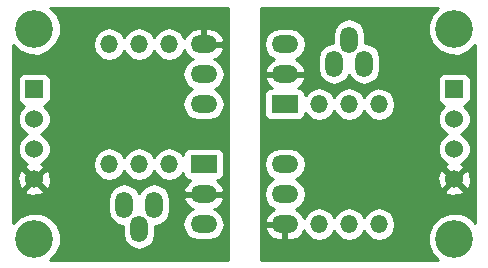
<source format=gbl>
G04 (created by PCBNEW (2013-07-07 BZR 4022)-stable) date 5/4/2015 11:43:21 PM*
%MOIN*%
G04 Gerber Fmt 3.4, Leading zero omitted, Abs format*
%FSLAX34Y34*%
G01*
G70*
G90*
G04 APERTURE LIST*
%ADD10C,0.00590551*%
%ADD11O,0.059X0.0885*%
%ADD12O,0.059X0.059*%
%ADD13R,0.06X0.06*%
%ADD14C,0.06*%
%ADD15R,0.0885X0.059*%
%ADD16O,0.0885X0.059*%
%ADD17C,0.125984*%
%ADD18C,0.01*%
G04 APERTURE END LIST*
G54D10*
G54D11*
X83500Y-27352D03*
X83000Y-28147D03*
X82500Y-27352D03*
X89500Y-22647D03*
X90000Y-21852D03*
X90500Y-22647D03*
G54D12*
X82000Y-22000D03*
X82000Y-26000D03*
X89000Y-28000D03*
X89000Y-24000D03*
X83000Y-22000D03*
X83000Y-26000D03*
X91000Y-28000D03*
X91000Y-24000D03*
X84000Y-22000D03*
X84000Y-26000D03*
X90000Y-28000D03*
X90000Y-24000D03*
G54D13*
X79500Y-23500D03*
G54D14*
X79500Y-24500D03*
X79500Y-25500D03*
X79500Y-26500D03*
G54D13*
X93500Y-23500D03*
G54D14*
X93500Y-24500D03*
X93500Y-25500D03*
X93500Y-26500D03*
G54D15*
X85147Y-26000D03*
G54D16*
X85147Y-27000D03*
X85147Y-28000D03*
X87852Y-28000D03*
X87852Y-27000D03*
X87852Y-26000D03*
G54D15*
X87852Y-24000D03*
G54D16*
X87852Y-23000D03*
X87852Y-22000D03*
X85147Y-22000D03*
X85147Y-23000D03*
X85147Y-24000D03*
G54D17*
X79500Y-21500D03*
X93500Y-21500D03*
X93500Y-28500D03*
X79500Y-28500D03*
G54D10*
G36*
X85950Y-29200D02*
X85853Y-29200D01*
X85853Y-28000D01*
X85853Y-24000D01*
X85812Y-23791D01*
X85693Y-23614D01*
X85522Y-23500D01*
X85693Y-23385D01*
X85812Y-23208D01*
X85853Y-23000D01*
X85812Y-22791D01*
X85693Y-22614D01*
X85517Y-22496D01*
X85512Y-22495D01*
X85549Y-22484D01*
X85715Y-22350D01*
X85817Y-22162D01*
X85823Y-22134D01*
X85823Y-21865D01*
X85817Y-21837D01*
X85715Y-21649D01*
X85549Y-21515D01*
X85345Y-21455D01*
X85197Y-21455D01*
X85197Y-21950D01*
X85774Y-21950D01*
X85823Y-21865D01*
X85823Y-22134D01*
X85774Y-22050D01*
X85197Y-22050D01*
X85197Y-22057D01*
X85097Y-22057D01*
X85097Y-22050D01*
X85089Y-22050D01*
X85089Y-21950D01*
X85097Y-21950D01*
X85097Y-21455D01*
X84950Y-21455D01*
X84745Y-21515D01*
X84579Y-21649D01*
X84504Y-21787D01*
X84503Y-21780D01*
X84385Y-21603D01*
X84208Y-21485D01*
X84000Y-21444D01*
X83791Y-21485D01*
X83614Y-21603D01*
X83500Y-21775D01*
X83385Y-21603D01*
X83208Y-21485D01*
X83000Y-21444D01*
X82791Y-21485D01*
X82614Y-21603D01*
X82500Y-21775D01*
X82385Y-21603D01*
X82208Y-21485D01*
X82000Y-21444D01*
X81791Y-21485D01*
X81614Y-21603D01*
X81496Y-21780D01*
X81455Y-21989D01*
X81455Y-22010D01*
X81496Y-22219D01*
X81614Y-22396D01*
X81791Y-22514D01*
X82000Y-22555D01*
X82208Y-22514D01*
X82385Y-22396D01*
X82500Y-22224D01*
X82614Y-22396D01*
X82791Y-22514D01*
X83000Y-22555D01*
X83208Y-22514D01*
X83385Y-22396D01*
X83500Y-22224D01*
X83614Y-22396D01*
X83791Y-22514D01*
X84000Y-22555D01*
X84208Y-22514D01*
X84385Y-22396D01*
X84503Y-22219D01*
X84504Y-22212D01*
X84579Y-22350D01*
X84745Y-22484D01*
X84782Y-22495D01*
X84777Y-22496D01*
X84601Y-22614D01*
X84482Y-22791D01*
X84441Y-23000D01*
X84482Y-23208D01*
X84601Y-23385D01*
X84772Y-23500D01*
X84601Y-23614D01*
X84482Y-23791D01*
X84441Y-24000D01*
X84482Y-24208D01*
X84601Y-24385D01*
X84777Y-24503D01*
X84986Y-24545D01*
X85308Y-24545D01*
X85517Y-24503D01*
X85693Y-24385D01*
X85812Y-24208D01*
X85853Y-24000D01*
X85853Y-28000D01*
X85840Y-27932D01*
X85840Y-26245D01*
X85840Y-25655D01*
X85802Y-25563D01*
X85731Y-25493D01*
X85639Y-25455D01*
X85540Y-25454D01*
X84655Y-25454D01*
X84563Y-25492D01*
X84493Y-25563D01*
X84455Y-25655D01*
X84454Y-25708D01*
X84385Y-25603D01*
X84208Y-25485D01*
X84000Y-25444D01*
X83791Y-25485D01*
X83614Y-25603D01*
X83500Y-25775D01*
X83385Y-25603D01*
X83208Y-25485D01*
X83000Y-25444D01*
X82791Y-25485D01*
X82614Y-25603D01*
X82500Y-25775D01*
X82385Y-25603D01*
X82208Y-25485D01*
X82000Y-25444D01*
X81791Y-25485D01*
X81614Y-25603D01*
X81496Y-25780D01*
X81455Y-25989D01*
X81455Y-26010D01*
X81496Y-26219D01*
X81614Y-26396D01*
X81791Y-26514D01*
X82000Y-26555D01*
X82208Y-26514D01*
X82385Y-26396D01*
X82500Y-26224D01*
X82614Y-26396D01*
X82791Y-26514D01*
X83000Y-26555D01*
X83208Y-26514D01*
X83385Y-26396D01*
X83500Y-26224D01*
X83614Y-26396D01*
X83791Y-26514D01*
X84000Y-26555D01*
X84208Y-26514D01*
X84385Y-26396D01*
X84454Y-26291D01*
X84454Y-26344D01*
X84492Y-26436D01*
X84563Y-26506D01*
X84655Y-26544D01*
X84708Y-26545D01*
X84579Y-26649D01*
X84477Y-26837D01*
X84471Y-26865D01*
X84520Y-26950D01*
X85097Y-26950D01*
X85097Y-26942D01*
X85197Y-26942D01*
X85197Y-26950D01*
X85774Y-26950D01*
X85823Y-26865D01*
X85817Y-26837D01*
X85715Y-26649D01*
X85586Y-26545D01*
X85639Y-26545D01*
X85731Y-26507D01*
X85801Y-26436D01*
X85839Y-26344D01*
X85840Y-26245D01*
X85840Y-27932D01*
X85812Y-27791D01*
X85693Y-27614D01*
X85517Y-27496D01*
X85512Y-27495D01*
X85549Y-27484D01*
X85715Y-27350D01*
X85817Y-27162D01*
X85823Y-27134D01*
X85774Y-27050D01*
X85197Y-27050D01*
X85197Y-27057D01*
X85097Y-27057D01*
X85097Y-27050D01*
X84520Y-27050D01*
X84471Y-27134D01*
X84477Y-27162D01*
X84579Y-27350D01*
X84745Y-27484D01*
X84782Y-27495D01*
X84777Y-27496D01*
X84601Y-27614D01*
X84482Y-27791D01*
X84441Y-28000D01*
X84482Y-28208D01*
X84601Y-28385D01*
X84777Y-28503D01*
X84986Y-28545D01*
X85308Y-28545D01*
X85517Y-28503D01*
X85693Y-28385D01*
X85812Y-28208D01*
X85853Y-28000D01*
X85853Y-29200D01*
X84045Y-29200D01*
X84045Y-27513D01*
X84045Y-27191D01*
X84003Y-26982D01*
X83885Y-26806D01*
X83708Y-26687D01*
X83500Y-26646D01*
X83291Y-26687D01*
X83114Y-26806D01*
X83000Y-26977D01*
X82885Y-26806D01*
X82708Y-26687D01*
X82500Y-26646D01*
X82291Y-26687D01*
X82114Y-26806D01*
X81996Y-26982D01*
X81955Y-27191D01*
X81955Y-27513D01*
X81996Y-27722D01*
X82114Y-27898D01*
X82291Y-28017D01*
X82455Y-28049D01*
X82455Y-28308D01*
X82496Y-28517D01*
X82614Y-28693D01*
X82791Y-28812D01*
X83000Y-28853D01*
X83208Y-28812D01*
X83385Y-28693D01*
X83503Y-28517D01*
X83545Y-28308D01*
X83545Y-28049D01*
X83708Y-28017D01*
X83885Y-27898D01*
X84003Y-27722D01*
X84045Y-27513D01*
X84045Y-29200D01*
X80044Y-29200D01*
X80245Y-28999D01*
X80379Y-28675D01*
X80380Y-28325D01*
X80246Y-28002D01*
X80054Y-27810D01*
X80054Y-26581D01*
X80050Y-26488D01*
X80050Y-25391D01*
X79966Y-25188D01*
X79811Y-25034D01*
X79730Y-25000D01*
X79811Y-24966D01*
X79965Y-24811D01*
X80049Y-24609D01*
X80050Y-24391D01*
X79966Y-24188D01*
X79827Y-24050D01*
X79849Y-24050D01*
X79941Y-24012D01*
X80011Y-23941D01*
X80049Y-23849D01*
X80050Y-23750D01*
X80050Y-23150D01*
X80012Y-23058D01*
X79941Y-22988D01*
X79849Y-22950D01*
X79750Y-22949D01*
X79150Y-22949D01*
X79058Y-22987D01*
X78988Y-23058D01*
X78950Y-23150D01*
X78949Y-23249D01*
X78949Y-23849D01*
X78987Y-23941D01*
X79058Y-24011D01*
X79150Y-24049D01*
X79172Y-24049D01*
X79034Y-24188D01*
X78950Y-24390D01*
X78949Y-24608D01*
X79033Y-24811D01*
X79188Y-24965D01*
X79269Y-24999D01*
X79188Y-25033D01*
X79034Y-25188D01*
X78950Y-25390D01*
X78949Y-25608D01*
X79033Y-25811D01*
X79188Y-25965D01*
X79263Y-25997D01*
X79212Y-26018D01*
X79184Y-26114D01*
X79500Y-26429D01*
X79815Y-26114D01*
X79787Y-26018D01*
X79732Y-25999D01*
X79811Y-25966D01*
X79965Y-25811D01*
X80049Y-25609D01*
X80050Y-25391D01*
X80050Y-26488D01*
X80043Y-26363D01*
X79981Y-26212D01*
X79885Y-26184D01*
X79570Y-26500D01*
X79885Y-26815D01*
X79981Y-26787D01*
X80054Y-26581D01*
X80054Y-27810D01*
X79999Y-27754D01*
X79815Y-27678D01*
X79815Y-26885D01*
X79500Y-26570D01*
X79429Y-26641D01*
X79429Y-26500D01*
X79114Y-26184D01*
X79018Y-26212D01*
X78945Y-26418D01*
X78956Y-26636D01*
X79018Y-26787D01*
X79114Y-26815D01*
X79429Y-26500D01*
X79429Y-26641D01*
X79184Y-26885D01*
X79212Y-26981D01*
X79418Y-27054D01*
X79636Y-27043D01*
X79787Y-26981D01*
X79815Y-26885D01*
X79815Y-27678D01*
X79675Y-27620D01*
X79325Y-27619D01*
X79002Y-27753D01*
X78800Y-27955D01*
X78800Y-22044D01*
X79000Y-22245D01*
X79324Y-22379D01*
X79674Y-22380D01*
X79997Y-22246D01*
X80245Y-21999D01*
X80379Y-21675D01*
X80380Y-21325D01*
X80246Y-21002D01*
X80044Y-20800D01*
X85950Y-20800D01*
X85950Y-29200D01*
X85950Y-29200D01*
G37*
G54D18*
X85950Y-29200D02*
X85853Y-29200D01*
X85853Y-28000D01*
X85853Y-24000D01*
X85812Y-23791D01*
X85693Y-23614D01*
X85522Y-23500D01*
X85693Y-23385D01*
X85812Y-23208D01*
X85853Y-23000D01*
X85812Y-22791D01*
X85693Y-22614D01*
X85517Y-22496D01*
X85512Y-22495D01*
X85549Y-22484D01*
X85715Y-22350D01*
X85817Y-22162D01*
X85823Y-22134D01*
X85823Y-21865D01*
X85817Y-21837D01*
X85715Y-21649D01*
X85549Y-21515D01*
X85345Y-21455D01*
X85197Y-21455D01*
X85197Y-21950D01*
X85774Y-21950D01*
X85823Y-21865D01*
X85823Y-22134D01*
X85774Y-22050D01*
X85197Y-22050D01*
X85197Y-22057D01*
X85097Y-22057D01*
X85097Y-22050D01*
X85089Y-22050D01*
X85089Y-21950D01*
X85097Y-21950D01*
X85097Y-21455D01*
X84950Y-21455D01*
X84745Y-21515D01*
X84579Y-21649D01*
X84504Y-21787D01*
X84503Y-21780D01*
X84385Y-21603D01*
X84208Y-21485D01*
X84000Y-21444D01*
X83791Y-21485D01*
X83614Y-21603D01*
X83500Y-21775D01*
X83385Y-21603D01*
X83208Y-21485D01*
X83000Y-21444D01*
X82791Y-21485D01*
X82614Y-21603D01*
X82500Y-21775D01*
X82385Y-21603D01*
X82208Y-21485D01*
X82000Y-21444D01*
X81791Y-21485D01*
X81614Y-21603D01*
X81496Y-21780D01*
X81455Y-21989D01*
X81455Y-22010D01*
X81496Y-22219D01*
X81614Y-22396D01*
X81791Y-22514D01*
X82000Y-22555D01*
X82208Y-22514D01*
X82385Y-22396D01*
X82500Y-22224D01*
X82614Y-22396D01*
X82791Y-22514D01*
X83000Y-22555D01*
X83208Y-22514D01*
X83385Y-22396D01*
X83500Y-22224D01*
X83614Y-22396D01*
X83791Y-22514D01*
X84000Y-22555D01*
X84208Y-22514D01*
X84385Y-22396D01*
X84503Y-22219D01*
X84504Y-22212D01*
X84579Y-22350D01*
X84745Y-22484D01*
X84782Y-22495D01*
X84777Y-22496D01*
X84601Y-22614D01*
X84482Y-22791D01*
X84441Y-23000D01*
X84482Y-23208D01*
X84601Y-23385D01*
X84772Y-23500D01*
X84601Y-23614D01*
X84482Y-23791D01*
X84441Y-24000D01*
X84482Y-24208D01*
X84601Y-24385D01*
X84777Y-24503D01*
X84986Y-24545D01*
X85308Y-24545D01*
X85517Y-24503D01*
X85693Y-24385D01*
X85812Y-24208D01*
X85853Y-24000D01*
X85853Y-28000D01*
X85840Y-27932D01*
X85840Y-26245D01*
X85840Y-25655D01*
X85802Y-25563D01*
X85731Y-25493D01*
X85639Y-25455D01*
X85540Y-25454D01*
X84655Y-25454D01*
X84563Y-25492D01*
X84493Y-25563D01*
X84455Y-25655D01*
X84454Y-25708D01*
X84385Y-25603D01*
X84208Y-25485D01*
X84000Y-25444D01*
X83791Y-25485D01*
X83614Y-25603D01*
X83500Y-25775D01*
X83385Y-25603D01*
X83208Y-25485D01*
X83000Y-25444D01*
X82791Y-25485D01*
X82614Y-25603D01*
X82500Y-25775D01*
X82385Y-25603D01*
X82208Y-25485D01*
X82000Y-25444D01*
X81791Y-25485D01*
X81614Y-25603D01*
X81496Y-25780D01*
X81455Y-25989D01*
X81455Y-26010D01*
X81496Y-26219D01*
X81614Y-26396D01*
X81791Y-26514D01*
X82000Y-26555D01*
X82208Y-26514D01*
X82385Y-26396D01*
X82500Y-26224D01*
X82614Y-26396D01*
X82791Y-26514D01*
X83000Y-26555D01*
X83208Y-26514D01*
X83385Y-26396D01*
X83500Y-26224D01*
X83614Y-26396D01*
X83791Y-26514D01*
X84000Y-26555D01*
X84208Y-26514D01*
X84385Y-26396D01*
X84454Y-26291D01*
X84454Y-26344D01*
X84492Y-26436D01*
X84563Y-26506D01*
X84655Y-26544D01*
X84708Y-26545D01*
X84579Y-26649D01*
X84477Y-26837D01*
X84471Y-26865D01*
X84520Y-26950D01*
X85097Y-26950D01*
X85097Y-26942D01*
X85197Y-26942D01*
X85197Y-26950D01*
X85774Y-26950D01*
X85823Y-26865D01*
X85817Y-26837D01*
X85715Y-26649D01*
X85586Y-26545D01*
X85639Y-26545D01*
X85731Y-26507D01*
X85801Y-26436D01*
X85839Y-26344D01*
X85840Y-26245D01*
X85840Y-27932D01*
X85812Y-27791D01*
X85693Y-27614D01*
X85517Y-27496D01*
X85512Y-27495D01*
X85549Y-27484D01*
X85715Y-27350D01*
X85817Y-27162D01*
X85823Y-27134D01*
X85774Y-27050D01*
X85197Y-27050D01*
X85197Y-27057D01*
X85097Y-27057D01*
X85097Y-27050D01*
X84520Y-27050D01*
X84471Y-27134D01*
X84477Y-27162D01*
X84579Y-27350D01*
X84745Y-27484D01*
X84782Y-27495D01*
X84777Y-27496D01*
X84601Y-27614D01*
X84482Y-27791D01*
X84441Y-28000D01*
X84482Y-28208D01*
X84601Y-28385D01*
X84777Y-28503D01*
X84986Y-28545D01*
X85308Y-28545D01*
X85517Y-28503D01*
X85693Y-28385D01*
X85812Y-28208D01*
X85853Y-28000D01*
X85853Y-29200D01*
X84045Y-29200D01*
X84045Y-27513D01*
X84045Y-27191D01*
X84003Y-26982D01*
X83885Y-26806D01*
X83708Y-26687D01*
X83500Y-26646D01*
X83291Y-26687D01*
X83114Y-26806D01*
X83000Y-26977D01*
X82885Y-26806D01*
X82708Y-26687D01*
X82500Y-26646D01*
X82291Y-26687D01*
X82114Y-26806D01*
X81996Y-26982D01*
X81955Y-27191D01*
X81955Y-27513D01*
X81996Y-27722D01*
X82114Y-27898D01*
X82291Y-28017D01*
X82455Y-28049D01*
X82455Y-28308D01*
X82496Y-28517D01*
X82614Y-28693D01*
X82791Y-28812D01*
X83000Y-28853D01*
X83208Y-28812D01*
X83385Y-28693D01*
X83503Y-28517D01*
X83545Y-28308D01*
X83545Y-28049D01*
X83708Y-28017D01*
X83885Y-27898D01*
X84003Y-27722D01*
X84045Y-27513D01*
X84045Y-29200D01*
X80044Y-29200D01*
X80245Y-28999D01*
X80379Y-28675D01*
X80380Y-28325D01*
X80246Y-28002D01*
X80054Y-27810D01*
X80054Y-26581D01*
X80050Y-26488D01*
X80050Y-25391D01*
X79966Y-25188D01*
X79811Y-25034D01*
X79730Y-25000D01*
X79811Y-24966D01*
X79965Y-24811D01*
X80049Y-24609D01*
X80050Y-24391D01*
X79966Y-24188D01*
X79827Y-24050D01*
X79849Y-24050D01*
X79941Y-24012D01*
X80011Y-23941D01*
X80049Y-23849D01*
X80050Y-23750D01*
X80050Y-23150D01*
X80012Y-23058D01*
X79941Y-22988D01*
X79849Y-22950D01*
X79750Y-22949D01*
X79150Y-22949D01*
X79058Y-22987D01*
X78988Y-23058D01*
X78950Y-23150D01*
X78949Y-23249D01*
X78949Y-23849D01*
X78987Y-23941D01*
X79058Y-24011D01*
X79150Y-24049D01*
X79172Y-24049D01*
X79034Y-24188D01*
X78950Y-24390D01*
X78949Y-24608D01*
X79033Y-24811D01*
X79188Y-24965D01*
X79269Y-24999D01*
X79188Y-25033D01*
X79034Y-25188D01*
X78950Y-25390D01*
X78949Y-25608D01*
X79033Y-25811D01*
X79188Y-25965D01*
X79263Y-25997D01*
X79212Y-26018D01*
X79184Y-26114D01*
X79500Y-26429D01*
X79815Y-26114D01*
X79787Y-26018D01*
X79732Y-25999D01*
X79811Y-25966D01*
X79965Y-25811D01*
X80049Y-25609D01*
X80050Y-25391D01*
X80050Y-26488D01*
X80043Y-26363D01*
X79981Y-26212D01*
X79885Y-26184D01*
X79570Y-26500D01*
X79885Y-26815D01*
X79981Y-26787D01*
X80054Y-26581D01*
X80054Y-27810D01*
X79999Y-27754D01*
X79815Y-27678D01*
X79815Y-26885D01*
X79500Y-26570D01*
X79429Y-26641D01*
X79429Y-26500D01*
X79114Y-26184D01*
X79018Y-26212D01*
X78945Y-26418D01*
X78956Y-26636D01*
X79018Y-26787D01*
X79114Y-26815D01*
X79429Y-26500D01*
X79429Y-26641D01*
X79184Y-26885D01*
X79212Y-26981D01*
X79418Y-27054D01*
X79636Y-27043D01*
X79787Y-26981D01*
X79815Y-26885D01*
X79815Y-27678D01*
X79675Y-27620D01*
X79325Y-27619D01*
X79002Y-27753D01*
X78800Y-27955D01*
X78800Y-22044D01*
X79000Y-22245D01*
X79324Y-22379D01*
X79674Y-22380D01*
X79997Y-22246D01*
X80245Y-21999D01*
X80379Y-21675D01*
X80380Y-21325D01*
X80246Y-21002D01*
X80044Y-20800D01*
X85950Y-20800D01*
X85950Y-29200D01*
G54D10*
G36*
X94200Y-27955D02*
X94054Y-27810D01*
X94054Y-26581D01*
X94050Y-26488D01*
X94050Y-25391D01*
X93966Y-25188D01*
X93811Y-25034D01*
X93730Y-25000D01*
X93811Y-24966D01*
X93965Y-24811D01*
X94049Y-24609D01*
X94050Y-24391D01*
X93966Y-24188D01*
X93827Y-24050D01*
X93849Y-24050D01*
X93941Y-24012D01*
X94011Y-23941D01*
X94049Y-23849D01*
X94050Y-23750D01*
X94050Y-23150D01*
X94012Y-23058D01*
X93941Y-22988D01*
X93849Y-22950D01*
X93750Y-22949D01*
X93150Y-22949D01*
X93058Y-22987D01*
X92988Y-23058D01*
X92950Y-23150D01*
X92949Y-23249D01*
X92949Y-23849D01*
X92987Y-23941D01*
X93058Y-24011D01*
X93150Y-24049D01*
X93172Y-24049D01*
X93034Y-24188D01*
X92950Y-24390D01*
X92949Y-24608D01*
X93033Y-24811D01*
X93188Y-24965D01*
X93269Y-24999D01*
X93188Y-25033D01*
X93034Y-25188D01*
X92950Y-25390D01*
X92949Y-25608D01*
X93033Y-25811D01*
X93188Y-25965D01*
X93263Y-25997D01*
X93212Y-26018D01*
X93184Y-26114D01*
X93500Y-26429D01*
X93815Y-26114D01*
X93787Y-26018D01*
X93732Y-25999D01*
X93811Y-25966D01*
X93965Y-25811D01*
X94049Y-25609D01*
X94050Y-25391D01*
X94050Y-26488D01*
X94043Y-26363D01*
X93981Y-26212D01*
X93885Y-26184D01*
X93570Y-26500D01*
X93885Y-26815D01*
X93981Y-26787D01*
X94054Y-26581D01*
X94054Y-27810D01*
X93999Y-27754D01*
X93815Y-27678D01*
X93815Y-26885D01*
X93500Y-26570D01*
X93429Y-26641D01*
X93429Y-26500D01*
X93114Y-26184D01*
X93018Y-26212D01*
X92945Y-26418D01*
X92956Y-26636D01*
X93018Y-26787D01*
X93114Y-26815D01*
X93429Y-26500D01*
X93429Y-26641D01*
X93184Y-26885D01*
X93212Y-26981D01*
X93418Y-27054D01*
X93636Y-27043D01*
X93787Y-26981D01*
X93815Y-26885D01*
X93815Y-27678D01*
X93675Y-27620D01*
X93325Y-27619D01*
X93002Y-27753D01*
X92754Y-28000D01*
X92620Y-28324D01*
X92619Y-28674D01*
X92753Y-28997D01*
X92955Y-29200D01*
X91545Y-29200D01*
X91545Y-28010D01*
X91545Y-27989D01*
X91545Y-24010D01*
X91545Y-23989D01*
X91503Y-23780D01*
X91385Y-23603D01*
X91208Y-23485D01*
X91045Y-23453D01*
X91045Y-22808D01*
X91045Y-22486D01*
X91003Y-22277D01*
X90885Y-22101D01*
X90708Y-21982D01*
X90545Y-21950D01*
X90545Y-21691D01*
X90503Y-21482D01*
X90385Y-21306D01*
X90208Y-21187D01*
X90000Y-21146D01*
X89791Y-21187D01*
X89614Y-21306D01*
X89496Y-21482D01*
X89455Y-21691D01*
X89455Y-21950D01*
X89291Y-21982D01*
X89114Y-22101D01*
X88996Y-22277D01*
X88955Y-22486D01*
X88955Y-22808D01*
X88996Y-23017D01*
X89114Y-23193D01*
X89291Y-23312D01*
X89500Y-23353D01*
X89708Y-23312D01*
X89885Y-23193D01*
X90000Y-23022D01*
X90114Y-23193D01*
X90291Y-23312D01*
X90500Y-23353D01*
X90708Y-23312D01*
X90885Y-23193D01*
X91003Y-23017D01*
X91045Y-22808D01*
X91045Y-23453D01*
X91000Y-23444D01*
X90791Y-23485D01*
X90614Y-23603D01*
X90500Y-23775D01*
X90385Y-23603D01*
X90208Y-23485D01*
X90000Y-23444D01*
X89791Y-23485D01*
X89614Y-23603D01*
X89500Y-23775D01*
X89385Y-23603D01*
X89208Y-23485D01*
X89000Y-23444D01*
X88791Y-23485D01*
X88614Y-23603D01*
X88558Y-23687D01*
X88558Y-22000D01*
X88517Y-21791D01*
X88398Y-21614D01*
X88222Y-21496D01*
X88013Y-21455D01*
X87691Y-21455D01*
X87482Y-21496D01*
X87306Y-21614D01*
X87187Y-21791D01*
X87146Y-22000D01*
X87187Y-22208D01*
X87306Y-22385D01*
X87482Y-22503D01*
X87487Y-22504D01*
X87450Y-22515D01*
X87284Y-22649D01*
X87182Y-22837D01*
X87176Y-22865D01*
X87225Y-22950D01*
X87802Y-22950D01*
X87802Y-22942D01*
X87902Y-22942D01*
X87902Y-22950D01*
X88479Y-22950D01*
X88528Y-22865D01*
X88522Y-22837D01*
X88420Y-22649D01*
X88254Y-22515D01*
X88217Y-22504D01*
X88222Y-22503D01*
X88398Y-22385D01*
X88517Y-22208D01*
X88558Y-22000D01*
X88558Y-23687D01*
X88545Y-23708D01*
X88545Y-23655D01*
X88507Y-23563D01*
X88436Y-23493D01*
X88344Y-23455D01*
X88291Y-23454D01*
X88420Y-23350D01*
X88522Y-23162D01*
X88528Y-23134D01*
X88479Y-23050D01*
X87902Y-23050D01*
X87902Y-23057D01*
X87802Y-23057D01*
X87802Y-23050D01*
X87225Y-23050D01*
X87176Y-23134D01*
X87182Y-23162D01*
X87284Y-23350D01*
X87413Y-23454D01*
X87360Y-23454D01*
X87268Y-23492D01*
X87198Y-23563D01*
X87160Y-23655D01*
X87159Y-23754D01*
X87159Y-24344D01*
X87197Y-24436D01*
X87268Y-24506D01*
X87360Y-24544D01*
X87459Y-24545D01*
X88344Y-24545D01*
X88436Y-24507D01*
X88506Y-24436D01*
X88544Y-24344D01*
X88545Y-24291D01*
X88614Y-24396D01*
X88791Y-24514D01*
X89000Y-24555D01*
X89208Y-24514D01*
X89385Y-24396D01*
X89500Y-24224D01*
X89614Y-24396D01*
X89791Y-24514D01*
X90000Y-24555D01*
X90208Y-24514D01*
X90385Y-24396D01*
X90500Y-24224D01*
X90614Y-24396D01*
X90791Y-24514D01*
X91000Y-24555D01*
X91208Y-24514D01*
X91385Y-24396D01*
X91503Y-24219D01*
X91545Y-24010D01*
X91545Y-27989D01*
X91503Y-27780D01*
X91385Y-27603D01*
X91208Y-27485D01*
X91000Y-27444D01*
X90791Y-27485D01*
X90614Y-27603D01*
X90500Y-27775D01*
X90385Y-27603D01*
X90208Y-27485D01*
X90000Y-27444D01*
X89791Y-27485D01*
X89614Y-27603D01*
X89500Y-27775D01*
X89385Y-27603D01*
X89208Y-27485D01*
X89000Y-27444D01*
X88791Y-27485D01*
X88614Y-27603D01*
X88496Y-27780D01*
X88495Y-27787D01*
X88420Y-27649D01*
X88254Y-27515D01*
X88217Y-27504D01*
X88222Y-27503D01*
X88398Y-27385D01*
X88517Y-27208D01*
X88558Y-27000D01*
X88517Y-26791D01*
X88398Y-26614D01*
X88227Y-26500D01*
X88398Y-26385D01*
X88517Y-26208D01*
X88558Y-26000D01*
X88517Y-25791D01*
X88398Y-25614D01*
X88222Y-25496D01*
X88013Y-25455D01*
X87691Y-25455D01*
X87482Y-25496D01*
X87306Y-25614D01*
X87187Y-25791D01*
X87146Y-26000D01*
X87187Y-26208D01*
X87306Y-26385D01*
X87477Y-26500D01*
X87306Y-26614D01*
X87187Y-26791D01*
X87146Y-27000D01*
X87187Y-27208D01*
X87306Y-27385D01*
X87482Y-27503D01*
X87487Y-27504D01*
X87450Y-27515D01*
X87284Y-27649D01*
X87182Y-27837D01*
X87176Y-27865D01*
X87225Y-27950D01*
X87802Y-27950D01*
X87802Y-27942D01*
X87902Y-27942D01*
X87902Y-27950D01*
X87910Y-27950D01*
X87910Y-28050D01*
X87902Y-28050D01*
X87902Y-28545D01*
X88050Y-28545D01*
X88254Y-28484D01*
X88420Y-28350D01*
X88495Y-28212D01*
X88496Y-28219D01*
X88614Y-28396D01*
X88791Y-28514D01*
X89000Y-28555D01*
X89208Y-28514D01*
X89385Y-28396D01*
X89500Y-28224D01*
X89614Y-28396D01*
X89791Y-28514D01*
X90000Y-28555D01*
X90208Y-28514D01*
X90385Y-28396D01*
X90500Y-28224D01*
X90614Y-28396D01*
X90791Y-28514D01*
X91000Y-28555D01*
X91208Y-28514D01*
X91385Y-28396D01*
X91503Y-28219D01*
X91545Y-28010D01*
X91545Y-29200D01*
X87802Y-29200D01*
X87802Y-28545D01*
X87802Y-28050D01*
X87225Y-28050D01*
X87176Y-28134D01*
X87182Y-28162D01*
X87284Y-28350D01*
X87450Y-28484D01*
X87655Y-28545D01*
X87802Y-28545D01*
X87802Y-29200D01*
X87050Y-29200D01*
X87050Y-20800D01*
X92955Y-20800D01*
X92754Y-21000D01*
X92620Y-21324D01*
X92619Y-21674D01*
X92753Y-21997D01*
X93000Y-22245D01*
X93324Y-22379D01*
X93674Y-22380D01*
X93997Y-22246D01*
X94200Y-22044D01*
X94200Y-27955D01*
X94200Y-27955D01*
G37*
G54D18*
X94200Y-27955D02*
X94054Y-27810D01*
X94054Y-26581D01*
X94050Y-26488D01*
X94050Y-25391D01*
X93966Y-25188D01*
X93811Y-25034D01*
X93730Y-25000D01*
X93811Y-24966D01*
X93965Y-24811D01*
X94049Y-24609D01*
X94050Y-24391D01*
X93966Y-24188D01*
X93827Y-24050D01*
X93849Y-24050D01*
X93941Y-24012D01*
X94011Y-23941D01*
X94049Y-23849D01*
X94050Y-23750D01*
X94050Y-23150D01*
X94012Y-23058D01*
X93941Y-22988D01*
X93849Y-22950D01*
X93750Y-22949D01*
X93150Y-22949D01*
X93058Y-22987D01*
X92988Y-23058D01*
X92950Y-23150D01*
X92949Y-23249D01*
X92949Y-23849D01*
X92987Y-23941D01*
X93058Y-24011D01*
X93150Y-24049D01*
X93172Y-24049D01*
X93034Y-24188D01*
X92950Y-24390D01*
X92949Y-24608D01*
X93033Y-24811D01*
X93188Y-24965D01*
X93269Y-24999D01*
X93188Y-25033D01*
X93034Y-25188D01*
X92950Y-25390D01*
X92949Y-25608D01*
X93033Y-25811D01*
X93188Y-25965D01*
X93263Y-25997D01*
X93212Y-26018D01*
X93184Y-26114D01*
X93500Y-26429D01*
X93815Y-26114D01*
X93787Y-26018D01*
X93732Y-25999D01*
X93811Y-25966D01*
X93965Y-25811D01*
X94049Y-25609D01*
X94050Y-25391D01*
X94050Y-26488D01*
X94043Y-26363D01*
X93981Y-26212D01*
X93885Y-26184D01*
X93570Y-26500D01*
X93885Y-26815D01*
X93981Y-26787D01*
X94054Y-26581D01*
X94054Y-27810D01*
X93999Y-27754D01*
X93815Y-27678D01*
X93815Y-26885D01*
X93500Y-26570D01*
X93429Y-26641D01*
X93429Y-26500D01*
X93114Y-26184D01*
X93018Y-26212D01*
X92945Y-26418D01*
X92956Y-26636D01*
X93018Y-26787D01*
X93114Y-26815D01*
X93429Y-26500D01*
X93429Y-26641D01*
X93184Y-26885D01*
X93212Y-26981D01*
X93418Y-27054D01*
X93636Y-27043D01*
X93787Y-26981D01*
X93815Y-26885D01*
X93815Y-27678D01*
X93675Y-27620D01*
X93325Y-27619D01*
X93002Y-27753D01*
X92754Y-28000D01*
X92620Y-28324D01*
X92619Y-28674D01*
X92753Y-28997D01*
X92955Y-29200D01*
X91545Y-29200D01*
X91545Y-28010D01*
X91545Y-27989D01*
X91545Y-24010D01*
X91545Y-23989D01*
X91503Y-23780D01*
X91385Y-23603D01*
X91208Y-23485D01*
X91045Y-23453D01*
X91045Y-22808D01*
X91045Y-22486D01*
X91003Y-22277D01*
X90885Y-22101D01*
X90708Y-21982D01*
X90545Y-21950D01*
X90545Y-21691D01*
X90503Y-21482D01*
X90385Y-21306D01*
X90208Y-21187D01*
X90000Y-21146D01*
X89791Y-21187D01*
X89614Y-21306D01*
X89496Y-21482D01*
X89455Y-21691D01*
X89455Y-21950D01*
X89291Y-21982D01*
X89114Y-22101D01*
X88996Y-22277D01*
X88955Y-22486D01*
X88955Y-22808D01*
X88996Y-23017D01*
X89114Y-23193D01*
X89291Y-23312D01*
X89500Y-23353D01*
X89708Y-23312D01*
X89885Y-23193D01*
X90000Y-23022D01*
X90114Y-23193D01*
X90291Y-23312D01*
X90500Y-23353D01*
X90708Y-23312D01*
X90885Y-23193D01*
X91003Y-23017D01*
X91045Y-22808D01*
X91045Y-23453D01*
X91000Y-23444D01*
X90791Y-23485D01*
X90614Y-23603D01*
X90500Y-23775D01*
X90385Y-23603D01*
X90208Y-23485D01*
X90000Y-23444D01*
X89791Y-23485D01*
X89614Y-23603D01*
X89500Y-23775D01*
X89385Y-23603D01*
X89208Y-23485D01*
X89000Y-23444D01*
X88791Y-23485D01*
X88614Y-23603D01*
X88558Y-23687D01*
X88558Y-22000D01*
X88517Y-21791D01*
X88398Y-21614D01*
X88222Y-21496D01*
X88013Y-21455D01*
X87691Y-21455D01*
X87482Y-21496D01*
X87306Y-21614D01*
X87187Y-21791D01*
X87146Y-22000D01*
X87187Y-22208D01*
X87306Y-22385D01*
X87482Y-22503D01*
X87487Y-22504D01*
X87450Y-22515D01*
X87284Y-22649D01*
X87182Y-22837D01*
X87176Y-22865D01*
X87225Y-22950D01*
X87802Y-22950D01*
X87802Y-22942D01*
X87902Y-22942D01*
X87902Y-22950D01*
X88479Y-22950D01*
X88528Y-22865D01*
X88522Y-22837D01*
X88420Y-22649D01*
X88254Y-22515D01*
X88217Y-22504D01*
X88222Y-22503D01*
X88398Y-22385D01*
X88517Y-22208D01*
X88558Y-22000D01*
X88558Y-23687D01*
X88545Y-23708D01*
X88545Y-23655D01*
X88507Y-23563D01*
X88436Y-23493D01*
X88344Y-23455D01*
X88291Y-23454D01*
X88420Y-23350D01*
X88522Y-23162D01*
X88528Y-23134D01*
X88479Y-23050D01*
X87902Y-23050D01*
X87902Y-23057D01*
X87802Y-23057D01*
X87802Y-23050D01*
X87225Y-23050D01*
X87176Y-23134D01*
X87182Y-23162D01*
X87284Y-23350D01*
X87413Y-23454D01*
X87360Y-23454D01*
X87268Y-23492D01*
X87198Y-23563D01*
X87160Y-23655D01*
X87159Y-23754D01*
X87159Y-24344D01*
X87197Y-24436D01*
X87268Y-24506D01*
X87360Y-24544D01*
X87459Y-24545D01*
X88344Y-24545D01*
X88436Y-24507D01*
X88506Y-24436D01*
X88544Y-24344D01*
X88545Y-24291D01*
X88614Y-24396D01*
X88791Y-24514D01*
X89000Y-24555D01*
X89208Y-24514D01*
X89385Y-24396D01*
X89500Y-24224D01*
X89614Y-24396D01*
X89791Y-24514D01*
X90000Y-24555D01*
X90208Y-24514D01*
X90385Y-24396D01*
X90500Y-24224D01*
X90614Y-24396D01*
X90791Y-24514D01*
X91000Y-24555D01*
X91208Y-24514D01*
X91385Y-24396D01*
X91503Y-24219D01*
X91545Y-24010D01*
X91545Y-27989D01*
X91503Y-27780D01*
X91385Y-27603D01*
X91208Y-27485D01*
X91000Y-27444D01*
X90791Y-27485D01*
X90614Y-27603D01*
X90500Y-27775D01*
X90385Y-27603D01*
X90208Y-27485D01*
X90000Y-27444D01*
X89791Y-27485D01*
X89614Y-27603D01*
X89500Y-27775D01*
X89385Y-27603D01*
X89208Y-27485D01*
X89000Y-27444D01*
X88791Y-27485D01*
X88614Y-27603D01*
X88496Y-27780D01*
X88495Y-27787D01*
X88420Y-27649D01*
X88254Y-27515D01*
X88217Y-27504D01*
X88222Y-27503D01*
X88398Y-27385D01*
X88517Y-27208D01*
X88558Y-27000D01*
X88517Y-26791D01*
X88398Y-26614D01*
X88227Y-26500D01*
X88398Y-26385D01*
X88517Y-26208D01*
X88558Y-26000D01*
X88517Y-25791D01*
X88398Y-25614D01*
X88222Y-25496D01*
X88013Y-25455D01*
X87691Y-25455D01*
X87482Y-25496D01*
X87306Y-25614D01*
X87187Y-25791D01*
X87146Y-26000D01*
X87187Y-26208D01*
X87306Y-26385D01*
X87477Y-26500D01*
X87306Y-26614D01*
X87187Y-26791D01*
X87146Y-27000D01*
X87187Y-27208D01*
X87306Y-27385D01*
X87482Y-27503D01*
X87487Y-27504D01*
X87450Y-27515D01*
X87284Y-27649D01*
X87182Y-27837D01*
X87176Y-27865D01*
X87225Y-27950D01*
X87802Y-27950D01*
X87802Y-27942D01*
X87902Y-27942D01*
X87902Y-27950D01*
X87910Y-27950D01*
X87910Y-28050D01*
X87902Y-28050D01*
X87902Y-28545D01*
X88050Y-28545D01*
X88254Y-28484D01*
X88420Y-28350D01*
X88495Y-28212D01*
X88496Y-28219D01*
X88614Y-28396D01*
X88791Y-28514D01*
X89000Y-28555D01*
X89208Y-28514D01*
X89385Y-28396D01*
X89500Y-28224D01*
X89614Y-28396D01*
X89791Y-28514D01*
X90000Y-28555D01*
X90208Y-28514D01*
X90385Y-28396D01*
X90500Y-28224D01*
X90614Y-28396D01*
X90791Y-28514D01*
X91000Y-28555D01*
X91208Y-28514D01*
X91385Y-28396D01*
X91503Y-28219D01*
X91545Y-28010D01*
X91545Y-29200D01*
X87802Y-29200D01*
X87802Y-28545D01*
X87802Y-28050D01*
X87225Y-28050D01*
X87176Y-28134D01*
X87182Y-28162D01*
X87284Y-28350D01*
X87450Y-28484D01*
X87655Y-28545D01*
X87802Y-28545D01*
X87802Y-29200D01*
X87050Y-29200D01*
X87050Y-20800D01*
X92955Y-20800D01*
X92754Y-21000D01*
X92620Y-21324D01*
X92619Y-21674D01*
X92753Y-21997D01*
X93000Y-22245D01*
X93324Y-22379D01*
X93674Y-22380D01*
X93997Y-22246D01*
X94200Y-22044D01*
X94200Y-27955D01*
M02*

</source>
